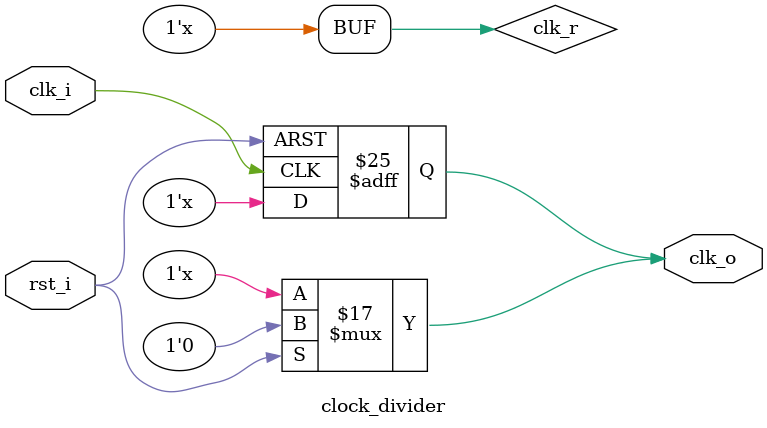
<source format=sv>
`timescale 1ns / 1ps

module clock_divider
(
    input clk_i     ,   //Input clock signal
    input rst_i     ,   //Reset signal
    output reg clk_o    //Output clock signal
);

//Internal representation
reg ss;
reg ss_n;

reg clk_r;

//Synchronous logic update
always @(posedge clk_i, posedge rst_i)
begin
    if(rst_i)
        begin
            ss <= 0;
            clk_o <= 0;
            clk_r <= 0;
        end
    else
        begin
            ss <= ss_n;
            clk_o <= clk_r;
        end
end

//Internal logic update
always @(*)
begin
    ss_n = ss;
    
    if(rst_i)
        clk_o = 0;
        
    else
    begin
        case(ss)
        1'b0:
            begin
                //In zero we negate the clock
                clk_r = ~clk_r;
                ss_n = 1'b1;
            end
    
         1'b1:
            begin
               //In one we do not perform any action
                ss_n = 1'b0;
            end
    
        endcase
    end
end

endmodule

</source>
